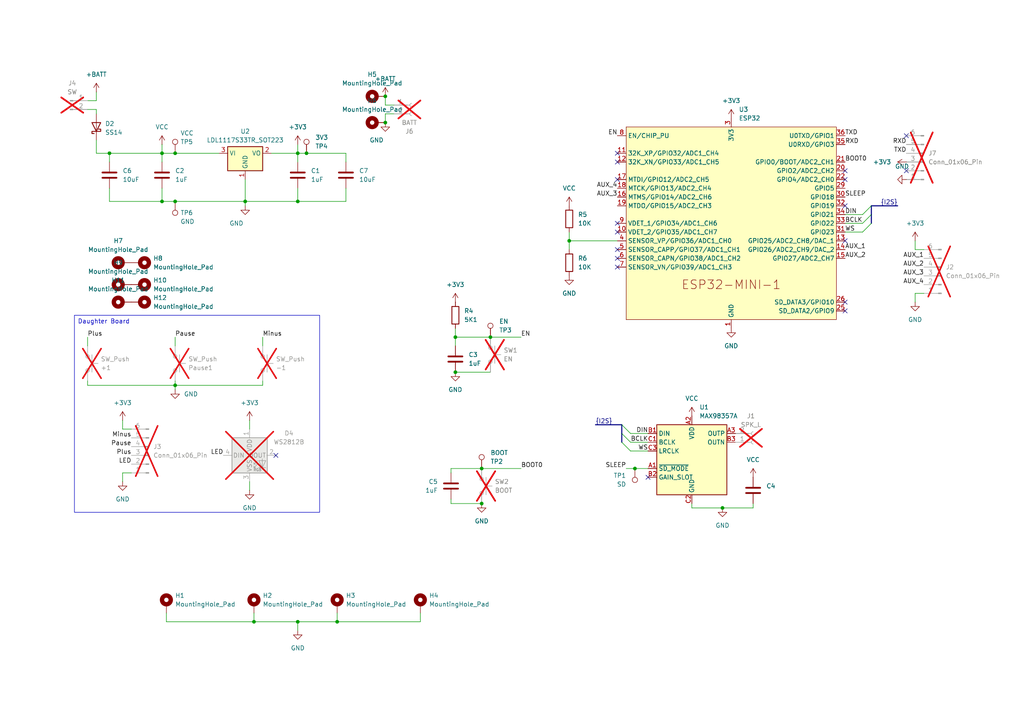
<source format=kicad_sch>
(kicad_sch (version 20250114) (generator "eeschema") (generator_version "9.0")
  (paper "A4")
  (lib_symbols
    (symbol "Audio:MAX98357A-WLP"
      (property "Reference" "U" (at -8.89 11.43 0))
      (property "Value" "MAX98357A-WLP" (at 10.16 11.43 0))
      (symbol "MAX98357A-WLP_1_1"
        (rectangle (start -10.16 10.16) (end 10.16 -10.16) (stroke (width 0.254)) (fill (type background)))
        (pin input line (at -12.7 7.62 0) (length 2.54) (name "DIN") (number "B1"))
        (pin input line (at -12.7 5.08 0) (length 2.54) (name "BCLK") (number "C1"))
        (pin input line (at -12.7 2.54 0) (length 2.54) (name "LRCLK") (number "C3"))
        (pin input line (at -12.7 -2.54 0) (length 2.54) (name "~{SD_MODE}") (number "A1"))
        (pin passive line (at -12.7 -5.08 0) (length 2.54) (name "GAIN_SLOT") (number "B2"))
        (pin power_in line (at 0 12.7 270) (length 2.54) (name "VDD") (number "A2"))
        (pin power_in line (at 0 -12.7 90) (length 2.54) (name "GND") (number "C2"))
        (pin output line (at 12.7 7.62 180) (length 2.54) (name "OUTP") (number "A3"))
        (pin output line (at 12.7 5.08 180) (length 2.54) (name "OUTN") (number "B3"))
      )
    )
    (symbol "Connector:Conn_01x02_Pin" (pin_names (offset 1.016) (hide yes))
      (property "Reference" "J" (at 0 2.54 0))
      (property "Value" "Conn_01x02_Pin" (at 0 -5.08 0))
      (symbol "Conn_01x02_Pin_1_1"
        (rectangle (start 0.8636 0.127) (end 0 -0.127) (stroke (width 0.1524)) (fill (type outline)))
        (rectangle (start 0.8636 -2.413) (end 0 -2.667) (stroke (width 0.1524)) (fill (type outline)))
        (polyline (pts (xy 1.27 0) (xy 0.8636 0)) (stroke (width 0.1524)))
        (polyline (pts (xy 1.27 -2.54) (xy 0.8636 -2.54)) (stroke (width 0.1524)))
        (pin passive line (at 5.08 0 180) (length 3.81) (name "Pin_1") (number "1"))
        (pin passive line (at 5.08 -2.54 180) (length 3.81) (name "Pin_2") (number "2"))
      )
    )
    (symbol "Connector:Conn_01x02_Socket" (pin_names (offset 1.016) (hide yes))
      (property "Reference" "J" (at 0 2.54 0))
      (property "Value" "Conn_01x02_Socket" (at 0 -5.08 0))
      (symbol "Conn_01x02_Socket_1_1"
        (polyline (pts (xy -1.27 0) (xy -0.508 0)) (stroke (width 0.1524)))
        (polyline (pts (xy -1.27 -2.54) (xy -0.508 -2.54)) (stroke (width 0.1524)))
        (arc (start 0 -0.508) (mid -0.5058 0) (end 0 0.508) (stroke (width 0.1524)))
        (arc (start 0 -3.048) (mid -0.5058 -2.54) (end 0 -2.032) (stroke (width 0.1524)))
        (pin passive line (at -5.08 0 0) (length 3.81) (name "Pin_1") (number "1"))
        (pin passive line (at -5.08 -2.54 0) (length 3.81) (name "Pin_2") (number "2"))
      )
    )
    (symbol "Connector:Conn_01x06_Pin" (pin_names (offset 1.016) (hide yes))
      (property "Reference" "J" (at 0 7.62 0))
      (property "Value" "Conn_01x06_Pin" (at 0 -10.16 0))
      (symbol "Conn_01x06_Pin_1_1"
        (rectangle (start 0.8636 5.207) (end 0 4.953) (stroke (width 0.1524)) (fill (type outline)))
        (rectangle (start 0.8636 2.667) (end 0 2.413) (stroke (width 0.1524)) (fill (type outline)))
        (rectangle (start 0.8636 0.127) (end 0 -0.127) (stroke (width 0.1524)) (fill (type outline)))
        (rectangle (start 0.8636 -2.413) (end 0 -2.667) (stroke (width 0.1524)) (fill (type outline)))
        (rectangle (start 0.8636 -4.953) (end 0 -5.207) (stroke (width 0.1524)) (fill (type outline)))
        (rectangle (start 0.8636 -7.493) (end 0 -7.747) (stroke (width 0.1524)) (fill (type outline)))
        (polyline (pts (xy 1.27 5.08) (xy 0.8636 5.08)) (stroke (width 0.1524)))
        (polyline (pts (xy 1.27 2.54) (xy 0.8636 2.54)) (stroke (width 0.1524)))
        (polyline (pts (xy 1.27 0) (xy 0.8636 0)) (stroke (width 0.1524)))
        (polyline (pts (xy 1.27 -2.54) (xy 0.8636 -2.54)) (stroke (width 0.1524)))
        (polyline (pts (xy 1.27 -5.08) (xy 0.8636 -5.08)) (stroke (width 0.1524)))
        (polyline (pts (xy 1.27 -7.62) (xy 0.8636 -7.62)) (stroke (width 0.1524)))
        (pin passive line (at 5.08 5.08 180) (length 3.81) (name "Pin_1") (number "1"))
        (pin passive line (at 5.08 2.54 180) (length 3.81) (name "Pin_2") (number "2"))
        (pin passive line (at 5.08 0 180) (length 3.81) (name "Pin_3") (number "3"))
        (pin passive line (at 5.08 -2.54 180) (length 3.81) (name "Pin_4") (number "4"))
        (pin passive line (at 5.08 -5.08 180) (length 3.81) (name "Pin_5") (number "5"))
        (pin passive line (at 5.08 -7.62 180) (length 3.81) (name "Pin_6") (number "6"))
      )
    )
    (symbol "Connector:TestPoint" (pin_numbers (hide yes)) (pin_names (offset 0.762) (hide yes))
      (property "Reference" "TP" (at 0 6.858 0))
      (property "Value" "TestPoint" (at 0 5.08 0))
      (symbol "TestPoint_0_1"
        (circle (center 0 3.302) (radius 0.762))
      )
      (symbol "TestPoint_1_1"
        (pin passive line (at 0 0 90) (length 2.54) (name "1") (number "1"))
      )
    )
    (symbol "Device:C" (pin_numbers (hide yes)) (pin_names (offset 0.254))
      (property "Reference" "C" (at 0.635 2.54 0))
      (property "Value" "C" (at 0.635 -2.54 0))
      (symbol "C_0_1"
        (polyline (pts (xy -2.032 0.762) (xy 2.032 0.762)) (stroke (width 0.508)))
        (polyline (pts (xy -2.032 -0.762) (xy 2.032 -0.762)) (stroke (width 0.508)))
      )
      (symbol "C_1_1"
        (pin passive line (at 0 3.81 270) (length 2.794) (name "~") (number "1"))
        (pin passive line (at 0 -3.81 90) (length 2.794) (name "~") (number "2"))
      )
    )
    (symbol "Device:R" (pin_numbers (hide yes)) (pin_names (offset 0))
      (property "Reference" "R" (at 2.032 0 90))
      (property "Value" "R" (at 0 0 90))
      (symbol "R_0_1"
        (rectangle (start -1.016 -2.54) (end 1.016 2.54) (stroke (width 0.254)))
      )
      (symbol "R_1_1"
        (pin passive line (at 0 3.81 270) (length 1.27) (name "~") (number "1"))
        (pin passive line (at 0 -3.81 90) (length 1.27) (name "~") (number "2"))
      )
    )
    (symbol "Diode:SS14" (pin_numbers (hide yes)) (pin_names (offset 1.016) (hide yes))
      (property "Reference" "D" (at 0 2.54 0))
      (property "Value" "SS14" (at 0 -2.54 0))
      (symbol "SS14_0_1"
        (polyline (pts (xy -1.905 0.635) (xy -1.905 1.27) (xy -1.27 1.27) (xy -1.27 -1.27) (xy -0.635 -1.27) (xy -0.635 -0.635)) (stroke (width 0.254)))
        (polyline (pts (xy 1.27 1.27) (xy 1.27 -1.27) (xy -1.27 0) (xy 1.27 1.27)) (stroke (width 0.254)))
        (polyline (pts (xy 1.27 0) (xy -1.27 0)))
      )
      (symbol "SS14_1_1"
        (pin passive line (at -3.81 0 0) (length 2.54) (name "K") (number "1"))
        (pin passive line (at 3.81 0 180) (length 2.54) (name "A") (number "2"))
      )
    )
    (symbol "LED:WS2812B" (pin_names (offset 0.254))
      (property "Reference" "D" (at 5.08 5.715 0))
      (property "Value" "WS2812B" (at 1.27 -5.715 0))
      (symbol "WS2812B_0_0"
        (text "RGB" (at 2.286 -4.191 0) (effects (font (size 0.762 0.762))))
      )
      (symbol "WS2812B_0_1"
        (polyline (pts (xy 1.27 -2.54) (xy 1.778 -2.54)))
        (polyline (pts (xy 1.27 -3.556) (xy 1.778 -3.556)))
        (polyline (pts (xy 2.286 -1.524) (xy 1.27 -2.54) (xy 1.27 -2.032)))
        (polyline (pts (xy 2.286 -2.54) (xy 1.27 -3.556) (xy 1.27 -3.048)))
        (polyline (pts (xy 3.683 -1.016) (xy 3.683 -3.556) (xy 3.683 -4.064)))
        (polyline (pts (xy 4.699 -1.524) (xy 2.667 -1.524) (xy 3.683 -3.556) (xy 4.699 -1.524)))
        (polyline (pts (xy 4.699 -3.556) (xy 2.667 -3.556)))
        (rectangle (start 5.08 5.08) (end -5.08 -5.08) (stroke (width 0.254)) (fill (type background)))
      )
      (symbol "WS2812B_1_1"
        (pin input line (at -7.62 0 0) (length 2.54) (name "DIN") (number "4"))
        (pin power_in line (at 0 7.62 270) (length 2.54) (name "VDD") (number "1"))
        (pin power_in line (at 0 -7.62 90) (length 2.54) (name "VSS") (number "3"))
        (pin output line (at 7.62 0 180) (length 2.54) (name "DOUT") (number "2"))
      )
    )
    (symbol "Mechanical:MountingHole_Pad" (pin_numbers (hide yes)) (pin_names (offset 1.016) (hide yes)) (exclude_from_sim yes) (in_bom no)
      (property "Reference" "H" (at 0 6.35 0))
      (property "Value" "MountingHole_Pad" (at 0 4.445 0))
      (symbol "MountingHole_Pad_0_1"
        (circle (center 0 1.27) (radius 1.27) (stroke (width 1.27)))
      )
      (symbol "MountingHole_Pad_1_1"
        (pin input line (at 0 -2.54 90) (length 2.54) (name "1") (number "1"))
      )
    )
    (symbol "MountingHole_Pad_1" (pin_numbers (hide yes)) (pin_names (offset 1.016) (hide yes)) (in_bom no)
      (property "Reference" "H" (at 0 6.35 0))
      (property "Value" "MountingHole_Pad" (at 0 4.445 0))
      (symbol "MountingHole_Pad_1_0_1"
        (circle (center 0 1.27) (radius 1.27) (stroke (width 1.27)))
      )
      (symbol "MountingHole_Pad_1_1_1"
        (pin input line (at 0 -2.54 90) (length 2.54) (name "1") (number "1"))
      )
    )
    (symbol "PCM_Espressif:ESP32-MINI-1"
      (property "Reference" "U" (at -30.48 33.02 0))
      (property "Value" "ESP32-MINI-1" (at -30.48 30.48 0))
      (symbol "ESP32-MINI-1_0_0"
        (text "ESP32-MINI-1" (at 0 -17.78 0) (effects (font (size 2.54 2.54))))
        (pin power_in line (at 0 -30.48 90) (length 2.54) (name "GND") (number "1"))
        (pin passive line (at 0 -30.48 90) (length 2.54) (hide yes) (name "GND") (number "42"))
        (pin passive line (at 0 -30.48 90) (length 2.54) (hide yes) (name "GND") (number "47"))
        (pin bidirectional line (at 33.02 7.62 180) (length 2.54) (name "GPIO18") (number "30"))
        (pin bidirectional line (at 33.02 -2.54 180) (length 2.54) (name "GPIO23") (number "31"))
      )
      (symbol "ESP32-MINI-1_0_1"
        (rectangle (start -30.48 27.94) (end 30.48 -27.94) (fill (type background)))
        (pin passive line (at 0 -30.48 90) (length 2.54) (hide yes) (name "GND") (number "38"))
        (pin passive line (at 0 -30.48 90) (length 2.54) (hide yes) (name "GND") (number "39"))
        (pin passive line (at 0 -30.48 90) (length 2.54) (hide yes) (name "GND") (number "40"))
        (pin passive line (at 0 -30.48 90) (length 2.54) (hide yes) (name "GND") (number "41"))
        (pin passive line (at 0 -30.48 90) (length 2.54) (hide yes) (name "GND") (number "43"))
        (pin passive line (at 0 -30.48 90) (length 2.54) (hide yes) (name "GND") (number "44"))
        (pin passive line (at 0 -30.48 90) (length 2.54) (hide yes) (name "GND") (number "45"))
        (pin passive line (at 0 -30.48 90) (length 2.54) (hide yes) (name "GND") (number "46"))
        (pin passive line (at 0 -30.48 90) (length 2.54) (hide yes) (name "GND") (number "48"))
        (pin passive line (at 0 -30.48 90) (length 2.54) (hide yes) (name "GND") (number "49"))
        (pin passive line (at 0 -30.48 90) (length 2.54) (hide yes) (name "GND") (number "50"))
        (pin passive line (at 0 -30.48 90) (length 2.54) (hide yes) (name "GND") (number "51"))
        (pin passive line (at 0 -30.48 90) (length 2.54) (hide yes) (name "GND") (number "52"))
        (pin passive line (at 0 -30.48 90) (length 2.54) (hide yes) (name "GND") (number "53"))
        (pin passive line (at 0 -30.48 90) (length 2.54) (hide yes) (name "GND") (number "54"))
        (pin passive line (at 0 -30.48 90) (length 2.54) (hide yes) (name "GND") (number "55"))
      )
      (symbol "ESP32-MINI-1_1_1"
        (pin input line (at -33.02 25.4 0) (length 2.54) (name "EN/CHIP_PU") (number "8"))
        (pin bidirectional line (at -33.02 20.32 0) (length 2.54) (name "32K_XP/GPIO32/ADC1_CH4") (number "11"))
        (pin bidirectional line (at -33.02 17.78 0) (length 2.54) (name "32K_XN/GPIO33/ADC1_CH5") (number "12"))
        (pin bidirectional line (at -33.02 12.7 0) (length 2.54) (name "MTDI/GPIO12/ADC2_CH5") (number "17"))
        (pin bidirectional line (at -33.02 10.16 0) (length 2.54) (name "MTCK/GPIO13/ADC2_CH4") (number "18"))
        (pin bidirectional line (at -33.02 7.62 0) (length 2.54) (name "MTMS/GPIO14/ADC2_CH6") (number "16"))
        (pin bidirectional line (at -33.02 5.08 0) (length 2.54) (name "MTDO/GPIO15/ADC2_CH3") (number "19"))
        (pin input line (at -33.02 0 0) (length 2.54) (name "VDET_1/GPIO34/ADC1_CH6") (number "9"))
        (pin input line (at -33.02 -2.54 0) (length 2.54) (name "VDET_2/GPIO35/ADC1_CH7") (number "10"))
        (pin input line (at -33.02 -5.08 0) (length 2.54) (name "SENSOR_VP/GPIO36/ADC1_CH0") (number "4"))
        (pin input line (at -33.02 -7.62 0) (length 2.54) (name "SENSOR_CAPP/GPIO37/ADC1_CH1") (number "5"))
        (pin input line (at -33.02 -10.16 0) (length 2.54) (name "SENSOR_CAPN/GPIO38/ADC1_CH2") (number "6"))
        (pin input line (at -33.02 -12.7 0) (length 2.54) (name "SENSOR_VN/GPIO39/ADC1_CH3") (number "7"))
        (pin no_connect line (at -30.48 -17.78 0) (length 2.54) (hide yes) (name "NC") (number "23"))
        (pin no_connect line (at -30.48 -20.32 0) (length 2.54) (hide yes) (name "NC") (number "24"))
        (pin no_connect line (at -30.48 -22.86 0) (length 2.54) (hide yes) (name "NC") (number "28"))
        (pin no_connect line (at -30.48 -25.4 0) (length 2.54) (hide yes) (name "NC") (number "37"))
        (pin power_in line (at 0 30.48 270) (length 2.54) (name "3V3") (number "3"))
        (pin passive line (at 0 -30.48 90) (length 2.54) (hide yes) (name "GND") (number "2"))
        (pin passive line (at 0 -30.48 90) (length 2.54) (hide yes) (name "GND") (number "27"))
        (pin bidirectional line (at 33.02 25.4 180) (length 2.54) (name "U0TXD/GPIO1") (number "36"))
        (pin bidirectional line (at 33.02 22.86 180) (length 2.54) (name "U0RXD/GPIO3") (number "35"))
        (pin bidirectional line (at 33.02 17.78 180) (length 2.54) (name "GPIO0/BOOT/ADC2_CH1") (number "21"))
        (pin bidirectional line (at 33.02 15.24 180) (length 2.54) (name "GPIO2/ADC2_CH2") (number "20"))
        (pin bidirectional line (at 33.02 12.7 180) (length 2.54) (name "GPIO4/ADC2_CH0") (number "22"))
        (pin bidirectional line (at 33.02 10.16 180) (length 2.54) (name "GPIO5") (number "29"))
        (pin bidirectional line (at 33.02 5.08 180) (length 2.54) (name "GPIO19") (number "32"))
        (pin bidirectional line (at 33.02 2.54 180) (length 2.54) (name "GPIO21") (number "34"))
        (pin bidirectional line (at 33.02 0 180) (length 2.54) (name "GPIO22") (number "33"))
        (pin bidirectional line (at 33.02 -5.08 180) (length 2.54) (name "GPIO25/ADC2_CH8/DAC_1") (number "13"))
        (pin bidirectional line (at 33.02 -7.62 180) (length 2.54) (name "GPIO26/ADC2_CH9/DAC_2") (number "14"))
        (pin bidirectional line (at 33.02 -10.16 180) (length 2.54) (name "GPIO27/ADC2_CH7") (number "15"))
        (pin bidirectional line (at 33.02 -22.86 180) (length 2.54) (name "SD_DATA3/GPIO10") (number "26"))
        (pin bidirectional line (at 33.02 -25.4 180) (length 2.54) (name "SD_DATA2/GPIO9") (number "25"))
      )
    )
    (symbol "Regulator_Linear:LD1117S33TR_SOT223"
      (property "Reference" "U" (at -3.81 3.175 0))
      (property "Value" "LD1117S33TR_SOT223" (at 0 3.175 0))
      (symbol "LD1117S33TR_SOT223_0_1"
        (rectangle (start -5.08 -5.08) (end 5.08 1.905) (stroke (width 0.254)) (fill (type background)))
      )
      (symbol "LD1117S33TR_SOT223_1_1"
        (pin power_in line (at -7.62 0 0) (length 2.54) (name "VI") (number "3"))
        (pin power_in line (at 0 -7.62 90) (length 2.54) (name "GND") (number "1"))
        (pin power_out line (at 7.62 0 180) (length 2.54) (name "VO") (number "2"))
      )
    )
    (symbol "Switch:SW_Push" (pin_numbers (hide yes)) (pin_names (offset 1.016) (hide yes))
      (property "Reference" "SW" (at 1.27 2.54 0))
      (property "Value" "SW_Push" (at 0 -1.524 0))
      (symbol "SW_Push_0_1"
        (circle (center -2.032 0) (radius 0.508))
        (polyline (pts (xy 0 1.27) (xy 0 3.048)))
        (circle (center 2.032 0) (radius 0.508))
        (polyline (pts (xy 2.54 1.27) (xy -2.54 1.27)))
        (pin passive line (at -5.08 0 0) (length 2.54) (name "1") (number "1"))
        (pin passive line (at 5.08 0 180) (length 2.54) (name "2") (number "2"))
      )
    )
    (symbol "power:+3V3" (power) (pin_numbers (hide yes)) (pin_names (offset 0) (hide yes))
      (property "Value" "+3V3" (at 0 3.556 0))
      (symbol "+3V3_0_1"
        (polyline (pts (xy -0.762 1.27) (xy 0 2.54)))
        (polyline (pts (xy 0 2.54) (xy 0.762 1.27)))
        (polyline (pts (xy 0 0) (xy 0 2.54)))
      )
      (symbol "+3V3_1_1"
        (pin power_in line (at 0 0 90) (length 0) (name "~") (number "1"))
      )
    )
    (symbol "power:+BATT" (power) (pin_numbers (hide yes)) (pin_names (offset 0) (hide yes))
      (property "Value" "+BATT" (at 0 3.556 0))
      (symbol "+BATT_0_1"
        (polyline (pts (xy -0.762 1.27) (xy 0 2.54)))
        (polyline (pts (xy 0 2.54) (xy 0.762 1.27)))
        (polyline (pts (xy 0 0) (xy 0 2.54)))
      )
      (symbol "+BATT_1_1"
        (pin power_in line (at 0 0 90) (length 0) (name "~") (number "1"))
      )
    )
    (symbol "power:GND" (power) (pin_numbers (hide yes)) (pin_names (offset 0) (hide yes))
      (property "Value" "GND" (at 0 -3.81 0))
      (symbol "GND_0_1"
        (polyline (pts (xy 0 0) (xy 0 -1.27) (xy 1.27 -1.27) (xy 0 -2.54) (xy -1.27 -1.27) (xy 0 -1.27)))
      )
      (symbol "GND_1_1"
        (pin power_in line (at 0 0 270) (length 0) (name "~") (number "1"))
      )
    )
    (symbol "power:VCC" (power) (pin_numbers (hide yes)) (pin_names (offset 0) (hide yes))
      (property "Value" "VCC" (at 0 3.556 0))
      (symbol "VCC_0_1"
        (polyline (pts (xy -0.762 1.27) (xy 0 2.54)))
        (polyline (pts (xy 0 2.54) (xy 0.762 1.27)))
        (polyline (pts (xy 0 0) (xy 0 2.54)))
      )
      (symbol "VCC_1_1"
        (pin power_in line (at 0 0 90) (length 0) (name "~") (number "1"))
      )
    )
  )
  (bus_alias "I2S" (members "BCLK" "WS" "DIN"))
  (text_box "Daughter Board" (at 21.59 91.44 0) (size 71.12 57.15) (margins 0.9525 0.9525 0.9525 0.9525) (effects (font (size 1.27 1.27)) (justify left top)))
  (junction (at 73.66 180.34))
  (junction (at 139.7 146.05))
  (junction (at 111.76 27.94))
  (junction (at 50.8 44.45))
  (junction (at 132.08 107.95))
  (junction (at 132.08 97.79))
  (junction (at 111.76 35.56))
  (junction (at 50.8 111.76))
  (junction (at 209.55 147.32))
  (junction (at 86.36 180.34))
  (junction (at 139.7 135.89))
  (junction (at 165.1 69.85))
  (junction (at 71.12 58.42))
  (junction (at 50.8 58.42))
  (junction (at 88.9 44.45))
  (junction (at 86.36 58.42))
  (junction (at 86.36 44.45))
  (junction (at 142.24 97.79))
  (junction (at 46.99 44.45))
  (junction (at 184.15 135.89))
  (junction (at 31.75 44.45))
  (junction (at 97.79 180.34))
  (junction (at 46.99 58.42))
  (no_connect (at 245.11 69.85))
  (no_connect (at 187.96 138.43))
  (no_connect (at 262.89 39.37))
  (no_connect (at 179.07 74.93))
  (no_connect (at 80.01 132.08))
  (no_connect (at 245.11 87.63))
  (no_connect (at 245.11 90.17))
  (no_connect (at 179.07 46.99))
  (no_connect (at 179.07 52.07))
  (no_connect (at 245.11 49.53))
  (no_connect (at 262.89 49.53))
  (no_connect (at 179.07 77.47))
  (no_connect (at 245.11 52.07))
  (no_connect (at 179.07 67.31))
  (no_connect (at 179.07 72.39))
  (no_connect (at 245.11 59.69))
  (no_connect (at 179.07 44.45))
  (no_connect (at 179.07 64.77))
  (bus_entry (at 252.73 62.23) (size -2.54 2.54))
  (bus_entry (at 180.34 128.27) (size 2.54 2.54))
  (bus_entry (at 180.34 125.73) (size 2.54 2.54))
  (bus_entry (at 180.34 123.19) (size 2.54 2.54))
  (bus_entry (at 252.73 64.77) (size -2.54 2.54))
  (bus_entry (at 252.73 59.69) (size -2.54 2.54))
  (wire (pts (xy 182.88 125.73) (xy 187.96 125.73)))
  (wire (pts (xy 50.8 44.45) (xy 63.5 44.45)))
  (wire (pts (xy 73.66 180.34) (xy 86.36 180.34)))
  (wire (pts (xy 31.75 58.42) (xy 46.99 58.42)))
  (wire (pts (xy 139.7 135.89) (xy 151.13 135.89)))
  (wire (pts (xy 78.74 44.45) (xy 86.36 44.45)))
  (wire (pts (xy 50.8 44.45) (xy 46.99 44.45)))
  (bus (pts (xy 252.73 62.23) (xy 252.73 64.77)))
  (wire (pts (xy 250.19 62.23) (xy 245.11 62.23)))
  (wire (pts (xy 27.94 26.67) (xy 27.94 29.21)))
  (wire (pts (xy 182.88 128.27) (xy 187.96 128.27)))
  (wire (pts (xy 35.56 137.16) (xy 38.1 137.16)))
  (wire (pts (xy 132.08 95.25) (xy 132.08 97.79)))
  (bus (pts (xy 180.34 123.19) (xy 180.34 125.73)))
  (wire (pts (xy 218.44 147.32) (xy 209.55 147.32)))
  (wire (pts (xy 100.33 58.42) (xy 86.36 58.42)))
  (wire (pts (xy 121.92 177.8) (xy 121.92 180.34)))
  (wire (pts (xy 265.43 85.09) (xy 267.97 85.09)))
  (wire (pts (xy 111.76 27.94) (xy 111.76 30.48)))
  (wire (pts (xy 48.26 180.34) (xy 73.66 180.34)))
  (wire (pts (xy 200.66 147.32) (xy 209.55 147.32)))
  (wire (pts (xy 46.99 54.61) (xy 46.99 58.42)))
  (wire (pts (xy 35.56 121.92) (xy 35.56 124.46)))
  (wire (pts (xy 48.26 177.8) (xy 48.26 180.34)))
  (wire (pts (xy 25.4 110.49) (xy 25.4 111.76)))
  (wire (pts (xy 50.8 97.79) (xy 50.8 100.33)))
  (wire (pts (xy 250.19 67.31) (xy 245.11 67.31)))
  (bus (pts (xy 252.73 59.69) (xy 252.73 62.23)))
  (wire (pts (xy 114.3 33.02) (xy 111.76 33.02)))
  (bus (pts (xy 180.34 123.19) (xy 172.72 123.19)))
  (wire (pts (xy 76.2 97.79) (xy 76.2 100.33)))
  (wire (pts (xy 31.75 44.45) (xy 46.99 44.45)))
  (wire (pts (xy 31.75 54.61) (xy 31.75 58.42)))
  (wire (pts (xy 50.8 111.76) (xy 76.2 111.76)))
  (wire (pts (xy 71.12 58.42) (xy 71.12 59.69)))
  (wire (pts (xy 27.94 31.75) (xy 27.94 33.02)))
  (wire (pts (xy 165.1 69.85) (xy 165.1 67.31)))
  (wire (pts (xy 50.8 113.03) (xy 50.8 111.76)))
  (wire (pts (xy 111.76 33.02) (xy 111.76 35.56)))
  (wire (pts (xy 265.43 69.85) (xy 265.43 72.39)))
  (wire (pts (xy 181.61 135.89) (xy 184.15 135.89)))
  (wire (pts (xy 130.81 146.05) (xy 139.7 146.05)))
  (wire (pts (xy 27.94 29.21) (xy 25.4 29.21)))
  (wire (pts (xy 182.88 130.81) (xy 187.96 130.81)))
  (wire (pts (xy 218.44 146.05) (xy 218.44 147.32)))
  (wire (pts (xy 100.33 54.61) (xy 100.33 58.42)))
  (wire (pts (xy 35.56 139.7) (xy 35.56 137.16)))
  (wire (pts (xy 130.81 144.78) (xy 130.81 146.05)))
  (wire (pts (xy 86.36 54.61) (xy 86.36 58.42)))
  (wire (pts (xy 132.08 97.79) (xy 132.08 100.33)))
  (wire (pts (xy 100.33 46.99) (xy 100.33 44.45)))
  (wire (pts (xy 46.99 41.91) (xy 46.99 44.45)))
  (wire (pts (xy 72.39 124.46) (xy 72.39 121.92)))
  (wire (pts (xy 86.36 180.34) (xy 97.79 180.34)))
  (wire (pts (xy 265.43 72.39) (xy 267.97 72.39)))
  (wire (pts (xy 73.66 177.8) (xy 73.66 180.34)))
  (wire (pts (xy 265.43 87.63) (xy 265.43 85.09)))
  (wire (pts (xy 111.76 30.48) (xy 114.3 30.48)))
  (wire (pts (xy 86.36 44.45) (xy 88.9 44.45)))
  (bus (pts (xy 252.73 59.69) (xy 260.35 59.69)))
  (wire (pts (xy 46.99 44.45) (xy 46.99 46.99)))
  (wire (pts (xy 50.8 58.42) (xy 71.12 58.42)))
  (wire (pts (xy 86.36 41.91) (xy 86.36 44.45)))
  (wire (pts (xy 184.15 135.89) (xy 187.96 135.89)))
  (wire (pts (xy 132.08 107.95) (xy 142.24 107.95)))
  (wire (pts (xy 71.12 58.42) (xy 86.36 58.42)))
  (wire (pts (xy 130.81 135.89) (xy 139.7 135.89)))
  (wire (pts (xy 72.39 139.7) (xy 72.39 142.24)))
  (wire (pts (xy 25.4 97.79) (xy 25.4 100.33)))
  (bus (pts (xy 180.34 125.73) (xy 180.34 128.27)))
  (wire (pts (xy 165.1 69.85) (xy 179.07 69.85)))
  (wire (pts (xy 25.4 111.76) (xy 50.8 111.76)))
  (wire (pts (xy 100.33 44.45) (xy 88.9 44.45)))
  (wire (pts (xy 31.75 44.45) (xy 31.75 46.99)))
  (wire (pts (xy 142.24 97.79) (xy 151.13 97.79)))
  (wire (pts (xy 86.36 180.34) (xy 86.36 182.88)))
  (wire (pts (xy 97.79 177.8) (xy 97.79 180.34)))
  (wire (pts (xy 27.94 44.45) (xy 31.75 44.45)))
  (wire (pts (xy 121.92 180.34) (xy 97.79 180.34)))
  (wire (pts (xy 35.56 124.46) (xy 38.1 124.46)))
  (wire (pts (xy 76.2 110.49) (xy 76.2 111.76)))
  (wire (pts (xy 165.1 72.39) (xy 165.1 69.85)))
  (wire (pts (xy 250.19 64.77) (xy 245.11 64.77)))
  (wire (pts (xy 142.24 97.79) (xy 132.08 97.79)))
  (wire (pts (xy 27.94 40.64) (xy 27.94 44.45)))
  (wire (pts (xy 71.12 52.07) (xy 71.12 58.42)))
  (wire (pts (xy 25.4 31.75) (xy 27.94 31.75)))
  (wire (pts (xy 130.81 137.16) (xy 130.81 135.89)))
  (wire (pts (xy 46.99 58.42) (xy 50.8 58.42)))
  (wire (pts (xy 50.8 111.76) (xy 50.8 110.49)))
  (wire (pts (xy 86.36 46.99) (xy 86.36 44.45)))
  (wire (pts (xy 200.66 147.32) (xy 200.66 146.05)))
  (label "EN" (at 151.13 97.79 0))
  (label "Minus" (at 38.1 127 180))
  (label "AUX_2" (at 267.97 77.47 180))
  (label "SLEEP" (at 245.11 57.15 0))
  (label "Pause" (at 50.8 97.79 0))
  (label "Plus" (at 38.1 132.08 180))
  (label "AUX_1" (at 267.97 74.93 180))
  (label "WS" (at 187.96 130.81 180))
  (label "BOOT0" (at 245.11 46.99 0))
  (label "AUX_2" (at 245.11 74.93 0))
  (label "Plus" (at 25.4 97.79 0))
  (label "WS" (at 245.11 67.31 0))
  (label "{I2S}" (at 260.35 59.69 180))
  (label "LED" (at 64.77 132.08 180))
  (label "BCLK" (at 187.96 128.27 180))
  (label "DIN" (at 245.11 62.23 0))
  (label "{I2S}" (at 172.72 123.19 0))
  (label "LED" (at 38.1 134.62 180))
  (label "AUX_1" (at 245.11 72.39 0))
  (label "BCLK" (at 245.11 64.77 0))
  (label "SLEEP" (at 181.61 135.89 180))
  (label "AUX_3" (at 179.07 57.15 180))
  (label "AUX_4" (at 179.07 54.61 180))
  (label "BOOT0" (at 151.13 135.89 0))
  (label "EN" (at 179.07 39.37 180))
  (label "Minus" (at 76.2 97.79 0))
  (label "AUX_3" (at 267.97 80.01 180))
  (label "AUX_4" (at 267.97 82.55 180))
  (label "RXD" (at 262.89 41.91 180))
  (label "Pause" (at 38.1 129.54 180))
  (label "DIN" (at 187.96 125.73 180))
  (label "RXD" (at 245.11 41.91 0))
  (label "TXD" (at 245.11 39.37 0))
  (label "TXD" (at 262.89 44.45 180))
  (symbol (lib_id "Device:C") (at 100.33 50.8 0) (unit 1)
    (property "Reference" "C7" (at 104.14 49.5299 0) (effects (justify left)))
    (property "Value" "10uF" (at 104.14 52.0699 0) (effects (justify left)))
    (property "Footprint" "Capacitor_SMD:C_0603_1608Metric" (effects (hide yes)))
    (property "Description" "Unpolarized capacitor" (effects (hide yes)))
    (property "LCSC" "C96446" (effects (hide yes)))
  )
  (symbol (lib_id "Mechanical:MountingHole_Pad") (at 48.26 175.26 0) (unit 1) (exclude_from_sim yes) (in_bom no)
    (property "Reference" "H1" (at 50.8 172.7199 0) (effects (justify left)))
    (property "Value" "MountingHole_Pad" (at 50.8 175.2599 0) (effects (justify left)))
    (property "Footprint" "MountingHole:MountingHole_3.2mm_M3_DIN965_Pad" (effects (hide yes)))
    (property "Description" "Mounting Hole with connection" (effects (hide yes)))
  )
  (symbol (lib_id "Connector:TestPoint") (at 50.8 58.42 180) (unit 1) (in_bom no)
    (property "Reference" "TP6" (at 52.324 61.722 0) (effects (justify right)))
    (property "Value" "GND" (at 52.324 64.262 0) (effects (justify right)))
    (property "Footprint" "TestPoint:TestPoint_Pad_D2.0mm" (effects (hide yes)))
    (property "Description" "test point" (effects (hide yes)))
  )
  (symbol (lib_id "Connector:TestPoint") (at 142.24 97.79 0) (mirror y) (unit 1) (in_bom no)
    (property "Reference" "TP3" (at 144.78 95.7581 0) (effects (justify right)))
    (property "Value" "EN" (at 144.78 93.2181 0) (effects (justify right)))
    (property "Footprint" "TestPoint:TestPoint_Pad_D2.0mm" (effects (hide yes)))
    (property "Description" "test point" (effects (hide yes)))
  )
  (symbol (lib_id "Audio:MAX98357A-WLP") (at 200.66 133.35 0) (unit 1)
    (property "Reference" "U1" (at 202.8541 118.11 0) (effects (justify left)))
    (property "Value" "MAX98357A" (at 202.8541 120.65 0) (effects (justify left)))
    (property "Footprint" "Package_BGA:WLP-9_1.448x1.468mm_Layout3x3_P0.4mm_Ball0.27mm_Pad0.25mm" (effects (hide yes)))
    (property "Datasheet" "https://www.analog.com/media/en/technical-documentation/data-sheets/MAX98357A-MAX98357B.pdf" (effects (hide yes)))
    (property "Description" "Mono DAC with amplifier, I2S, PCM, TDM, 32-bit, 96khz, 3.2W, TQFP-16" (effects (hide yes)))
    (property "LCSC" "C2682619" (effects (hide yes)))
  )
  (symbol (lib_name "MountingHole_Pad_1") (lib_id "Mechanical:MountingHole_Pad") (at 40.64 82.55 270) (unit 1) (in_bom no)
    (property "Reference" "H10" (at 44.45 81.2799 90) (effects (justify left)))
    (property "Value" "MountingHole_Pad" (at 44.45 83.8199 90) (effects (justify left)))
    (property "Footprint" "MountingHole:MountingHole_2.7mm_Slot" (effects (hide yes)))
    (property "Description" "Mounting Hole with connection" (effects (hide yes)))
  )
  (symbol (lib_id "Connector:TestPoint") (at 184.15 135.89 0) (mirror x) (unit 1) (in_bom no)
    (property "Reference" "TP1" (at 181.61 137.9219 0) (effects (justify right)))
    (property "Value" "SD" (at 181.61 140.4619 0) (effects (justify right)))
    (property "Footprint" "TestPoint:TestPoint_Pad_D2.0mm" (effects (hide yes)))
    (property "Description" "test point" (effects (hide yes)))
  )
  (symbol (lib_id "Device:C") (at 31.75 50.8 0) (unit 1)
    (property "Reference" "C6" (at 35.56 49.5299 0) (effects (justify left)))
    (property "Value" "10uF" (at 35.56 52.0699 0) (effects (justify left)))
    (property "Footprint" "Capacitor_SMD:C_0603_1608Metric" (effects (hide yes)))
    (property "Description" "Unpolarized capacitor" (effects (hide yes)))
    (property "LCSC" "C96446" (effects (hide yes)))
  )
  (symbol (lib_id "power:+3V3") (at 265.43 69.85 0) (unit 1)
    (property "Reference" "#PWR07" (effects (hide yes)))
    (property "Value" "+3V3" (at 265.43 64.77 0))
    (property "Description" "Power symbol creates a global label with name \"+3V3\"" (effects (hide yes)))
  )
  (symbol (lib_id "power:VCC") (at 200.66 120.65 0) (unit 1)
    (property "Reference" "#PWR018" (effects (hide yes)))
    (property "Value" "VCC" (at 200.66 115.57 0))
    (property "Description" "Power symbol creates a global label with name \"VCC\"" (effects (hide yes)))
  )
  (symbol (lib_id "Switch:SW_Push") (at 25.4 105.41 270) (mirror x) (unit 1) (dnp yes)
    (property "Reference" "+1" (at 29.21 106.6801 90) (effects (justify left)))
    (property "Value" "SW_Push" (at 29.21 104.1401 90) (effects (justify left)))
    (property "Footprint" "Button_Switch_THT:SW_PUSH_6mm_H5mm" (effects (hide yes)))
    (property "Description" "Push button switch, generic, two pins" (effects (hide yes)))
  )
  (symbol (lib_id "Connector:TestPoint") (at 88.9 44.45 0) (mirror y) (unit 1) (in_bom no)
    (property "Reference" "TP4" (at 91.44 42.4181 0) (effects (justify right)))
    (property "Value" "3V3" (at 91.44 39.8781 0) (effects (justify right)))
    (property "Footprint" "TestPoint:TestPoint_Pad_D2.0mm" (effects (hide yes)))
    (property "Description" "test point" (effects (hide yes)))
  )
  (symbol (lib_id "power:GND") (at 86.36 182.88 0) (unit 1)
    (property "Reference" "#PWR021" (effects (hide yes)))
    (property "Value" "GND" (at 86.36 187.96 0))
    (property "Description" "Power symbol creates a global label with name \"GND\" , ground" (effects (hide yes)))
  )
  (symbol (lib_id "power:VCC") (at 165.1 59.69 0) (unit 1)
    (property "Reference" "#PWR017" (effects (hide yes)))
    (property "Value" "VCC" (at 165.1 54.61 0))
    (property "Description" "Power symbol creates a global label with name \"VCC\"" (effects (hide yes)))
  )
  (symbol (lib_name "MountingHole_Pad_1") (lib_id "Mechanical:MountingHole_Pad") (at 109.22 27.94 90) (unit 1) (in_bom no)
    (property "Reference" "H5" (at 107.95 21.59 90))
    (property "Value" "MountingHole_Pad" (at 107.95 24.13 90))
    (property "Footprint" "MountingHole:MountingHole_2.7mm_Slot" (effects (hide yes)))
    (property "Description" "Mounting Hole with connection" (effects (hide yes)))
  )
  (symbol (lib_id "power:+3V3") (at 262.89 46.99 90) (unit 1)
    (property "Reference" "#PWR027" (effects (hide yes)))
    (property "Value" "+3V3" (at 258.479 46.9899 90) (effects (justify left)))
    (property "Description" "Power symbol creates a global label with name \"+3V3\"" (effects (hide yes)))
  )
  (symbol (lib_id "power:GND") (at 111.76 35.56 0) (unit 1)
    (property "Reference" "#PWR025" (effects (hide yes)))
    (property "Value" "GND" (at 109.22 40.64 0))
    (property "Description" "Power symbol creates a global label with name \"GND\" , ground" (effects (hide yes)))
  )
  (symbol (lib_id "Connector:TestPoint") (at 139.7 135.89 0) (mirror y) (unit 1) (in_bom no)
    (property "Reference" "TP2" (at 142.24 133.8581 0) (effects (justify right)))
    (property "Value" "BOOT" (at 142.24 131.3181 0) (effects (justify right)))
    (property "Footprint" "TestPoint:TestPoint_Pad_D2.0mm" (effects (hide yes)))
    (property "Description" "test point" (effects (hide yes)))
  )
  (symbol (lib_id "Connector:Conn_01x06_Pin") (at 273.05 80.01 180) (unit 1) (dnp yes)
    (property "Reference" "J2" (at 274.32 77.4699 0) (effects (justify right)))
    (property "Value" "Conn_01x06_Pin" (at 274.32 80.0099 0) (effects (justify right)))
    (property "Footprint" "Connector_PinHeader_2.54mm:PinHeader_1x06_P2.54mm_Vertical" (effects (hide yes)))
    (property "Description" "Generic connector, single row, 01x06, script generated" (effects (hide yes)))
  )
  (symbol (lib_id "Device:C") (at 86.36 50.8 0) (unit 1)
    (property "Reference" "C1" (at 90.17 49.5299 0) (effects (justify left)))
    (property "Value" "1uF" (at 90.17 52.0699 0) (effects (justify left)))
    (property "Footprint" "Capacitor_SMD:C_0402_1005Metric" (effects (hide yes)))
    (property "Description" "Unpolarized capacitor" (effects (hide yes)))
    (property "LCSC" "C52923" (effects (hide yes)))
  )
  (symbol (lib_id "power:VCC") (at 218.44 138.43 0) (unit 1)
    (property "Reference" "#PWR026" (effects (hide yes)))
    (property "Value" "VCC" (at 218.44 133.35 0))
    (property "Description" "Power symbol creates a global label with name \"VCC\"" (effects (hide yes)))
  )
  (symbol (lib_id "Diode:SS14") (at 27.94 36.83 90) (unit 1)
    (property "Reference" "D2" (at 30.48 35.8774 90) (effects (justify right)))
    (property "Value" "SS14" (at 30.48 38.4174 90) (effects (justify right)))
    (property "Footprint" "Diode_SMD:D_SMA" (effects (hide yes)))
    (property "Datasheet" "https://www.vishay.com/docs/88746/ss12.pdf" (effects (hide yes)))
    (property "Description" "40V 1A Schottky Diode, SMA" (effects (hide yes)))
    (property "LCSC" "C2480" (effects (hide yes)))
  )
  (symbol (lib_name "MountingHole_Pad_1") (lib_id "Mechanical:MountingHole_Pad") (at 40.64 87.63 270) (unit 1) (in_bom no)
    (property "Reference" "H12" (at 44.45 86.3599 90) (effects (justify left)))
    (property "Value" "MountingHole_Pad" (at 44.45 88.8999 90) (effects (justify left)))
    (property "Footprint" "MountingHole:MountingHole_2.7mm_Slot" (effects (hide yes)))
    (property "Description" "Mounting Hole with connection" (effects (hide yes)))
  )
  (symbol (lib_id "power:GND") (at 139.7 146.05 0) (unit 1)
    (property "Reference" "#PWR022" (effects (hide yes)))
    (property "Value" "GND" (at 139.7 151.13 0))
    (property "Description" "Power symbol creates a global label with name \"GND\" , ground" (effects (hide yes)))
  )
  (symbol (lib_id "power:GND") (at 165.1 80.01 0) (unit 1)
    (property "Reference" "#PWR020" (effects (hide yes)))
    (property "Value" "GND" (at 165.1 85.09 0))
    (property "Description" "Power symbol creates a global label with name \"GND\" , ground" (effects (hide yes)))
  )
  (symbol (lib_id "power:VCC") (at 46.99 41.91 0) (unit 1)
    (property "Reference" "#PWR02" (effects (hide yes)))
    (property "Value" "VCC" (at 46.99 36.83 0))
    (property "Description" "Power symbol creates a global label with name \"VCC\"" (effects (hide yes)))
  )
  (symbol (lib_id "Switch:SW_Push") (at 142.24 102.87 270) (unit 1) (in_bom no) (dnp yes)
    (property "Reference" "SW1" (at 146.05 101.5999 90) (effects (justify left)))
    (property "Value" "EN" (at 146.05 104.1399 90) (effects (justify left)))
    (property "Footprint" "Button_Switch_THT:SW_PUSH_6mm_H5mm" (effects (hide yes)))
    (property "Description" "Push button switch, generic, two pins" (effects (hide yes)))
  )
  (symbol (lib_id "power:GND") (at 262.89 52.07 270) (unit 1)
    (property "Reference" "#PWR014" (effects (hide yes)))
    (property "Value" "GND" (at 261.62 48.26 90))
    (property "Description" "Power symbol creates a global label with name \"GND\" , ground" (effects (hide yes)))
  )
  (symbol (lib_name "MountingHole_Pad_1") (lib_id "Mechanical:MountingHole_Pad") (at 35.56 82.55 90) (unit 1) (in_bom no)
    (property "Reference" "H9" (at 34.29 76.2 90))
    (property "Value" "MountingHole_Pad" (at 34.29 78.74 90))
    (property "Footprint" "MountingHole:MountingHole_2.7mm_Slot" (effects (hide yes)))
    (property "Description" "Mounting Hole with connection" (effects (hide yes)))
  )
  (symbol (lib_id "Device:C") (at 130.81 140.97 0) (mirror y) (unit 1)
    (property "Reference" "C5" (at 127 139.6999 0) (effects (justify left)))
    (property "Value" "1uF" (at 127 142.2399 0) (effects (justify left)))
    (property "Footprint" "Capacitor_SMD:C_0402_1005Metric" (effects (hide yes)))
    (property "Description" "Unpolarized capacitor" (effects (hide yes)))
    (property "LCSC" "C52923" (effects (hide yes)))
  )
  (symbol (lib_id "Device:C") (at 132.08 104.14 0) (unit 1)
    (property "Reference" "C3" (at 135.89 102.8699 0) (effects (justify left)))
    (property "Value" "1uF" (at 135.89 105.4099 0) (effects (justify left)))
    (property "Footprint" "Capacitor_SMD:C_0402_1005Metric" (effects (hide yes)))
    (property "Description" "Unpolarized capacitor" (effects (hide yes)))
    (property "LCSC" "C52923" (effects (hide yes)))
  )
  (symbol (lib_id "power:GND") (at 50.8 113.03 0) (mirror y) (unit 1)
    (property "Reference" "#PWR01" (effects (hide yes)))
    (property "Value" "GND" (at 53.34 114.2999 0) (effects (justify right)))
    (property "Description" "Power symbol creates a global label with name \"GND\" , ground" (effects (hide yes)))
  )
  (symbol (lib_id "power:+3V3") (at 132.08 87.63 0) (unit 1)
    (property "Reference" "#PWR016" (effects (hide yes)))
    (property "Value" "+3V3" (at 132.08 82.55 0))
    (property "Description" "Power symbol creates a global label with name \"+3V3\"" (effects (hide yes)))
  )
  (symbol (lib_id "power:+3V3") (at 72.39 121.92 0) (unit 1)
    (property "Reference" "#PWR04" (effects (hide yes)))
    (property "Value" "+3V3" (at 72.39 116.84 0))
    (property "Description" "Power symbol creates a global label with name \"+3V3\"" (effects (hide yes)))
  )
  (symbol (lib_id "Device:R") (at 132.08 91.44 180) (unit 1)
    (property "Reference" "R4" (at 134.62 90.1699 0) (effects (justify right)))
    (property "Value" "5K1" (at 134.62 92.7099 0) (effects (justify right)))
    (property "Footprint" "Resistor_SMD:R_0402_1005Metric" (effects (hide yes)))
    (property "Description" "Resistor" (effects (hide yes)))
    (property "LCSC" "C105872" (effects (hide yes)))
  )
  (symbol (lib_id "power:GND") (at 265.43 87.63 0) (unit 1)
    (property "Reference" "#PWR023" (effects (hide yes)))
    (property "Value" "GND" (at 265.43 92.71 0))
    (property "Description" "Power symbol creates a global label with name \"GND\" , ground" (effects (hide yes)))
  )
  (symbol (lib_id "Mechanical:MountingHole_Pad") (at 97.79 175.26 0) (unit 1) (exclude_from_sim yes) (in_bom no)
    (property "Reference" "H3" (at 100.33 172.7199 0) (effects (justify left)))
    (property "Value" "MountingHole_Pad" (at 100.33 175.2599 0) (effects (justify left)))
    (property "Footprint" "MountingHole:MountingHole_3.2mm_M3_DIN965_Pad" (effects (hide yes)))
    (property "Description" "Mounting Hole with connection" (effects (hide yes)))
  )
  (symbol (lib_id "power:+BATT") (at 111.76 27.94 0) (unit 1)
    (property "Reference" "#PWR024" (effects (hide yes)))
    (property "Value" "+BATT" (at 111.76 22.86 0))
    (property "Description" "Power symbol creates a global label with name \"+BATT\"" (effects (hide yes)))
  )
  (symbol (lib_name "MountingHole_Pad_1") (lib_id "Mechanical:MountingHole_Pad") (at 35.56 87.63 90) (unit 1) (in_bom no)
    (property "Reference" "H11" (at 34.29 81.28 90))
    (property "Value" "MountingHole_Pad" (at 34.29 83.82 90))
    (property "Footprint" "MountingHole:MountingHole_2.7mm_Slot" (effects (hide yes)))
    (property "Description" "Mounting Hole with connection" (effects (hide yes)))
  )
  (symbol (lib_id "Connector:TestPoint") (at 50.8 44.45 0) (mirror y) (unit 1) (in_bom no)
    (property "Reference" "TP5" (at 52.324 41.148 0) (effects (justify right)))
    (property "Value" "VCC" (at 52.324 38.608 0) (effects (justify right)))
    (property "Footprint" "TestPoint:TestPoint_Pad_D2.0mm" (effects (hide yes)))
    (property "Description" "test point" (effects (hide yes)))
  )
  (symbol (lib_id "power:GND") (at 71.12 59.69 0) (unit 1)
    (property "Reference" "#PWR010" (effects (hide yes)))
    (property "Value" "GND" (at 68.58 64.77 0))
    (property "Description" "Power symbol creates a global label with name \"GND\" , ground" (effects (hide yes)))
  )
  (symbol (lib_name "MountingHole_Pad_1") (lib_id "Mechanical:MountingHole_Pad") (at 35.56 76.2 90) (unit 1) (in_bom no)
    (property "Reference" "H7" (at 34.29 69.85 90))
    (property "Value" "MountingHole_Pad" (at 34.29 72.39 90))
    (property "Footprint" "MountingHole:MountingHole_2.7mm_Slot" (effects (hide yes)))
    (property "Description" "Mounting Hole with connection" (effects (hide yes)))
  )
  (symbol (lib_id "PCM_Espressif:ESP32-MINI-1") (at 212.09 64.77 0) (unit 1)
    (property "Reference" "U3" (at 214.2841 31.75 0) (effects (justify left)))
    (property "Value" "ESP32" (at 214.2841 34.29 0) (effects (justify left)))
    (property "Footprint" "PCM_Espressif:ESP32-MINI-1" (effects (hide yes)))
    (property "Datasheet" "https://www.espressif.com/sites/default/files/documentation/esp32-mini-1_datasheet_en.pdf" (effects (hide yes)))
    (property "Description" "ESP32-MINI-1/U MCU, SiP, 4MB Flash in ESP32-MINI-format" (effects (hide yes)))
    (property "LCSC" "C3013933" (effects (hide yes)))
  )
  (symbol (lib_id "Connector:Conn_01x02_Socket") (at 218.44 128.27 0) (mirror x) (unit 1) (dnp yes)
    (property "Reference" "J1" (at 217.805 120.65 0))
    (property "Value" "SPK_L" (at 217.805 123.19 0))
    (property "Footprint" "Connector_PinHeader_2.54mm:PinHeader_1x02_P2.54mm_Vertical" (effects (hide yes)))
    (property "Description" "Generic connector, single row, 01x02, script generated" (effects (hide yes)))
    (property "part" "C27910" (effects (hide yes)))
  )
  (symbol (lib_id "power:+3V3") (at 212.09 34.29 0) (unit 1)
    (property "Reference" "#PWR05" (effects (hide yes)))
    (property "Value" "+3V3" (at 212.09 29.21 0))
    (property "Description" "Power symbol creates a global label with name \"+3V3\"" (effects (hide yes)))
  )
  (symbol (lib_id "power:GND") (at 132.08 107.95 0) (unit 1)
    (property "Reference" "#PWR015" (effects (hide yes)))
    (property "Value" "GND" (at 132.08 113.03 0))
    (property "Description" "Power symbol creates a global label with name \"GND\" , ground" (effects (hide yes)))
  )
  (symbol (lib_id "Connector:Conn_01x02_Socket") (at 119.38 30.48 0) (unit 1) (dnp yes)
    (property "Reference" "J6" (at 118.745 38.1 0))
    (property "Value" "BATT" (at 118.745 35.56 0))
    (property "Footprint" "Connector_PinHeader_2.54mm:PinHeader_1x02_P2.54mm_Vertical" (effects (hide yes)))
    (property "Description" "Generic connector, single row, 01x02, script generated" (effects (hide yes)))
    (property "part" "C27910" (effects (hide yes)))
  )
  (symbol (lib_id "Connector:Conn_01x06_Pin") (at 267.97 46.99 180) (unit 1) (in_bom no) (dnp yes)
    (property "Reference" "J7" (at 269.24 44.4499 0) (effects (justify right)))
    (property "Value" "Conn_01x06_Pin" (at 269.24 46.9899 0) (effects (justify right)))
    (property "Footprint" "Connector_PinHeader_2.54mm:PinHeader_1x06_P2.54mm_Vertical" (effects (hide yes)))
    (property "Description" "Generic connector, single row, 01x06, script generated" (effects (hide yes)))
  )
  (symbol (lib_id "Connector:Conn_01x06_Pin") (at 43.18 132.08 180) (unit 1) (dnp yes)
    (property "Reference" "J3" (at 44.45 129.5399 0) (effects (justify right)))
    (property "Value" "Conn_01x06_Pin" (at 44.45 132.0799 0) (effects (justify right)))
    (property "Footprint" "Connector_PinHeader_2.54mm:PinHeader_1x06_P2.54mm_Vertical" (effects (hide yes)))
    (property "Description" "Generic connector, single row, 01x06, script generated" (effects (hide yes)))
  )
  (symbol (lib_id "Mechanical:MountingHole_Pad") (at 121.92 175.26 0) (unit 1) (exclude_from_sim yes) (in_bom no)
    (property "Reference" "H4" (at 124.46 172.7199 0) (effects (justify left)))
    (property "Value" "MountingHole_Pad" (at 124.46 175.2599 0) (effects (justify left)))
    (property "Footprint" "MountingHole:MountingHole_3.2mm_M3_DIN965_Pad" (effects (hide yes)))
    (property "Description" "Mounting Hole with connection" (effects (hide yes)))
  )
  (symbol (lib_id "Switch:SW_Push") (at 50.8 105.41 270) (mirror x) (unit 1) (dnp yes)
    (property "Reference" "Pause1" (at 54.61 106.6801 90) (effects (justify left)))
    (property "Value" "SW_Push" (at 54.61 104.1401 90) (effects (justify left)))
    (property "Footprint" "Button_Switch_THT:SW_PUSH_6mm_H5mm" (effects (hide yes)))
    (property "Description" "Push button switch, generic, two pins" (effects (hide yes)))
  )
  (symbol (lib_name "MountingHole_Pad_1") (lib_id "Mechanical:MountingHole_Pad") (at 40.64 76.2 270) (unit 1) (in_bom no)
    (property "Reference" "H8" (at 44.45 74.9299 90) (effects (justify left)))
    (property "Value" "MountingHole_Pad" (at 44.45 77.4699 90) (effects (justify left)))
    (property "Footprint" "MountingHole:MountingHole_2.7mm_Slot" (effects (hide yes)))
    (property "Description" "Mounting Hole with connection" (effects (hide yes)))
  )
  (symbol (lib_id "power:GND") (at 212.09 95.25 0) (unit 1)
    (property "Reference" "#PWR06" (effects (hide yes)))
    (property "Value" "GND" (at 212.09 100.33 0))
    (property "Description" "Power symbol creates a global label with name \"GND\" , ground" (effects (hide yes)))
  )
  (symbol (lib_id "Regulator_Linear:LD1117S33TR_SOT223") (at 71.12 44.45 0) (unit 1)
    (property "Reference" "U2" (at 71.12 38.1 0))
    (property "Value" "LDL1117S33TR_SOT223" (at 71.12 40.64 0))
    (property "Footprint" "Package_TO_SOT_SMD:SOT-223-3_TabPin2" (effects (hide yes)))
    (property "Datasheet" "http://www.st.com/st-web-ui/static/active/en/resource/technical/document/datasheet/CD00000544.pdf" (effects (hide yes)))
    (property "Description" "800mA Fixed Low Drop Positive Voltage Regulator, Fixed Output 3.3V, SOT-223" (effects (hide yes)))
    (property "LCSC" "C435835" (effects (hide yes)))
  )
  (symbol (lib_id "Switch:SW_Push") (at 76.2 105.41 270) (mirror x) (unit 1) (dnp yes)
    (property "Reference" "-1" (at 80.01 106.6801 90) (effects (justify left)))
    (property "Value" "SW_Push" (at 80.01 104.1401 90) (effects (justify left)))
    (property "Footprint" "Button_Switch_THT:SW_PUSH_6mm_H5mm" (effects (hide yes)))
    (property "Description" "Push button switch, generic, two pins" (effects (hide yes)))
  )
  (symbol (lib_id "Connector:Conn_01x02_Pin") (at 20.32 29.21 0) (unit 1) (in_bom no) (dnp yes)
    (property "Reference" "J4" (at 20.955 24.13 0))
    (property "Value" "SW" (at 20.955 26.67 0))
    (property "Footprint" "Connector_PinHeader_2.54mm:PinHeader_1x02_P2.54mm_Vertical" (effects (hide yes)))
    (property "Description" "Generic connector, single row, 01x02, script generated" (effects (hide yes)))
  )
  (symbol (lib_id "power:+3V3") (at 35.56 121.92 0) (unit 1)
    (property "Reference" "#PWR08" (effects (hide yes)))
    (property "Value" "+3V3" (at 35.56 116.84 0))
    (property "Description" "Power symbol creates a global label with name \"+3V3\"" (effects (hide yes)))
  )
  (symbol (lib_id "power:GND") (at 35.56 139.7 0) (unit 1)
    (property "Reference" "#PWR011" (effects (hide yes)))
    (property "Value" "GND" (at 35.56 144.78 0))
    (property "Description" "Power symbol creates a global label with name \"GND\" , ground" (effects (hide yes)))
  )
  (symbol (lib_id "LED:WS2812B") (at 72.39 132.08 0) (unit 1) (dnp yes)
    (property "Reference" "D4" (at 83.82 125.6598 0))
    (property "Value" "WS2812B" (at 83.82 128.1998 0))
    (property "Footprint" "LED_SMD:2812b 60pm" (effects (hide yes)))
    (property "Datasheet" "https://cdn-shop.adafruit.com/datasheets/WS2812B.pdf" (effects (hide yes)))
    (property "Description" "RGB LED with integrated controller" (effects (hide yes)))
  )
  (symbol (lib_id "Device:C") (at 46.99 50.8 0) (unit 1)
    (property "Reference" "C2" (at 50.8 49.5299 0) (effects (justify left)))
    (property "Value" "1uF" (at 50.8 52.0699 0) (effects (justify left)))
    (property "Footprint" "Capacitor_SMD:C_0402_1005Metric" (effects (hide yes)))
    (property "Description" "Unpolarized capacitor" (effects (hide yes)))
    (property "LCSC" "C52923" (effects (hide yes)))
  )
  (symbol (lib_id "Switch:SW_Push") (at 139.7 140.97 270) (unit 1) (in_bom no) (dnp yes)
    (property "Reference" "SW2" (at 143.51 139.6999 90) (effects (justify left)))
    (property "Value" "BOOT" (at 143.51 142.2399 90) (effects (justify left)))
    (property "Footprint" "Button_Switch_THT:SW_PUSH_6mm_H5mm" (effects (hide yes)))
    (property "Description" "Push button switch, generic, two pins" (effects (hide yes)))
  )
  (symbol (lib_id "power:GND") (at 209.55 147.32 0) (unit 1)
    (property "Reference" "#PWR03" (effects (hide yes)))
    (property "Value" "GND" (at 209.55 152.4 0))
    (property "Description" "Power symbol creates a global label with name \"GND\" , ground" (effects (hide yes)))
  )
  (symbol (lib_id "Device:R") (at 165.1 63.5 0) (unit 1)
    (property "Reference" "R5" (at 167.64 62.2299 0) (effects (justify left)))
    (property "Value" "10K" (at 167.64 64.7699 0) (effects (justify left)))
    (property "Footprint" "Resistor_SMD:R_0402_1005Metric" (effects (hide yes)))
    (property "Description" "Resistor" (effects (hide yes)))
    (property "LCSC" "C60490" (effects (hide yes)))
  )
  (symbol (lib_id "Device:R") (at 165.1 76.2 0) (unit 1)
    (property "Reference" "R6" (at 167.64 74.9299 0) (effects (justify left)))
    (property "Value" "10K" (at 167.64 77.4699 0) (effects (justify left)))
    (property "Footprint" "Resistor_SMD:R_0402_1005Metric" (effects (hide yes)))
    (property "Description" "Resistor" (effects (hide yes)))
    (property "LCSC" "C60490" (effects (hide yes)))
  )
  (symbol (lib_name "MountingHole_Pad_1") (lib_id "Mechanical:MountingHole_Pad") (at 109.22 35.56 90) (unit 1) (in_bom no)
    (property "Reference" "H6" (at 107.95 29.21 90))
    (property "Value" "MountingHole_Pad" (at 107.95 31.75 90))
    (property "Footprint" "MountingHole:MountingHole_2.7mm_Slot" (effects (hide yes)))
    (property "Description" "Mounting Hole with connection" (effects (hide yes)))
  )
  (symbol (lib_id "power:+BATT") (at 27.94 26.67 0) (unit 1)
    (property "Reference" "#PWR019" (effects (hide yes)))
    (property "Value" "+BATT" (at 27.94 21.59 0))
    (property "Description" "Power symbol creates a global label with name \"+BATT\"" (effects (hide yes)))
  )
  (symbol (lib_id "Device:C") (at 218.44 142.24 0) (unit 1)
    (property "Reference" "C4" (at 222.25 140.9699 0) (effects (justify left)))
    (property "Value" "0.1uF" (effects (hide yes)))
    (property "Footprint" "Capacitor_SMD:C_0402_1005Metric" (effects (hide yes)))
    (property "Description" "Unpolarized capacitor" (effects (hide yes)))
    (property "LCSC" "C1525" (effects (hide yes)))
  )
  (symbol (lib_id "Mechanical:MountingHole_Pad") (at 73.66 175.26 0) (unit 1) (exclude_from_sim yes) (in_bom no)
    (property "Reference" "H2" (at 76.2 172.7199 0) (effects (justify left)))
    (property "Value" "MountingHole_Pad" (at 76.2 175.2599 0) (effects (justify left)))
    (property "Footprint" "MountingHole:MountingHole_3.2mm_M3_DIN965_Pad" (effects (hide yes)))
    (property "Description" "Mounting Hole with connection" (effects (hide yes)))
  )
  (symbol (lib_id "power:+3V3") (at 86.36 41.91 0) (unit 1)
    (property "Reference" "#PWR09" (effects (hide yes)))
    (property "Value" "+3V3" (at 86.36 36.83 0))
    (property "Description" "Power symbol creates a global label with name \"+3V3\"" (effects (hide yes)))
  )
  (symbol (lib_id "power:GND") (at 72.39 142.24 0) (unit 1)
    (property "Reference" "#PWR013" (effects (hide yes)))
    (property "Value" "GND" (at 72.39 147.32 0))
    (property "Description" "Power symbol creates a global label with name \"GND\" , ground" (effects (hide yes)))
  )
)
</source>
